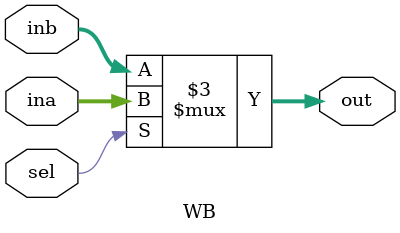
<source format=v>
`timescale 1ns / 1ps


module WB(
        input [31:0] ina,
        input [31:0] inb,
        input sel,
        output reg [31:0] out
    );
    
    always @* begin
        if(sel) out = ina;
        else out = inb;
    end
endmodule

</source>
